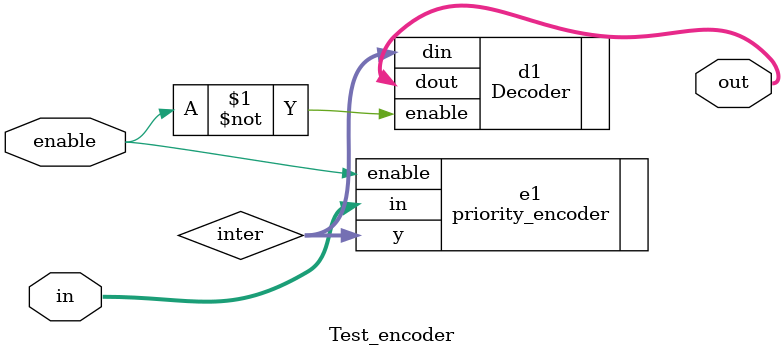
<source format=v>
module Test_encoder (
    input wire[7:0] in, // input given
    input wire enable, //chip enable => active high
    output wire [7:0] out 
);

    wire [2:0] inter;

    priority_encoder e1(.in(in), .enable(enable), .y(inter));

    Decoder d1(.din(inter), .enable(~enable), .dout(out));
    
endmodule

</source>
